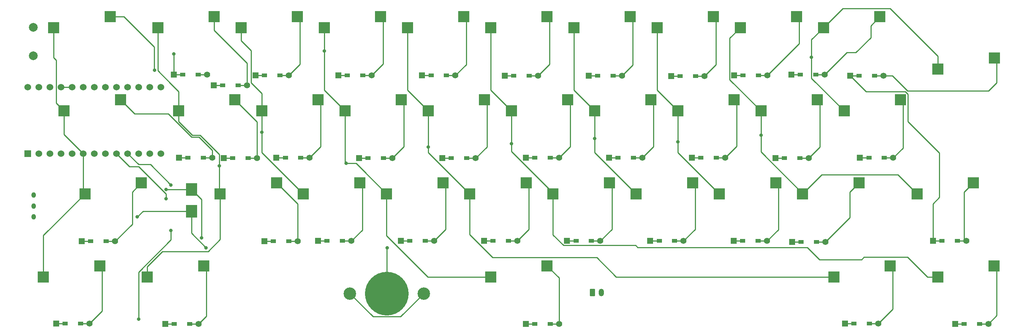
<source format=gbr>
G04 #@! TF.GenerationSoftware,KiCad,Pcbnew,7.0.8*
G04 #@! TF.CreationDate,2024-08-09T14:35:13+09:00*
G04 #@! TF.ProjectId,tacash36,74616361-7368-4333-962e-6b696361645f,rev?*
G04 #@! TF.SameCoordinates,Original*
G04 #@! TF.FileFunction,Copper,L2,Bot*
G04 #@! TF.FilePolarity,Positive*
%FSLAX46Y46*%
G04 Gerber Fmt 4.6, Leading zero omitted, Abs format (unit mm)*
G04 Created by KiCad (PCBNEW 7.0.8) date 2024-08-09 14:35:13*
%MOMM*%
%LPD*%
G01*
G04 APERTURE LIST*
G04 Aperture macros list*
%AMRoundRect*
0 Rectangle with rounded corners*
0 $1 Rounding radius*
0 $2 $3 $4 $5 $6 $7 $8 $9 X,Y pos of 4 corners*
0 Add a 4 corners polygon primitive as box body*
4,1,4,$2,$3,$4,$5,$6,$7,$8,$9,$2,$3,0*
0 Add four circle primitives for the rounded corners*
1,1,$1+$1,$2,$3*
1,1,$1+$1,$4,$5*
1,1,$1+$1,$6,$7*
1,1,$1+$1,$8,$9*
0 Add four rect primitives between the rounded corners*
20,1,$1+$1,$2,$3,$4,$5,0*
20,1,$1+$1,$4,$5,$6,$7,0*
20,1,$1+$1,$6,$7,$8,$9,0*
20,1,$1+$1,$8,$9,$2,$3,0*%
G04 Aperture macros list end*
G04 #@! TA.AperFunction,SMDPad,CuDef*
%ADD10R,2.550000X2.500000*%
G04 #@! TD*
G04 #@! TA.AperFunction,ComponentPad*
%ADD11R,1.397000X1.397000*%
G04 #@! TD*
G04 #@! TA.AperFunction,SMDPad,CuDef*
%ADD12R,1.300000X0.950000*%
G04 #@! TD*
G04 #@! TA.AperFunction,ComponentPad*
%ADD13C,1.397000*%
G04 #@! TD*
G04 #@! TA.AperFunction,ComponentPad*
%ADD14O,1.000000X1.300000*%
G04 #@! TD*
G04 #@! TA.AperFunction,ComponentPad*
%ADD15C,1.524000*%
G04 #@! TD*
G04 #@! TA.AperFunction,ComponentPad*
%ADD16R,1.524000X1.524000*%
G04 #@! TD*
G04 #@! TA.AperFunction,ComponentPad*
%ADD17RoundRect,0.250000X-0.350000X-0.625000X0.350000X-0.625000X0.350000X0.625000X-0.350000X0.625000X0*%
G04 #@! TD*
G04 #@! TA.AperFunction,ComponentPad*
%ADD18O,1.200000X1.750000*%
G04 #@! TD*
G04 #@! TA.AperFunction,ComponentPad*
%ADD19C,2.000000*%
G04 #@! TD*
G04 #@! TA.AperFunction,ComponentPad*
%ADD20C,2.850000*%
G04 #@! TD*
G04 #@! TA.AperFunction,SMDPad,CuDef*
%ADD21C,10.000000*%
G04 #@! TD*
G04 #@! TA.AperFunction,SMDPad,CuDef*
%ADD22R,2.600000X3.000000*%
G04 #@! TD*
G04 #@! TA.AperFunction,ViaPad*
%ADD23C,0.800000*%
G04 #@! TD*
G04 #@! TA.AperFunction,Conductor*
%ADD24C,0.250000*%
G04 #@! TD*
G04 APERTURE END LIST*
D10*
X83402500Y-35560000D03*
X96329500Y-33020000D03*
X45302500Y-35560000D03*
X58229500Y-33020000D03*
D11*
X36410000Y-46420000D03*
D12*
X38445000Y-46420000D03*
X41995000Y-46420000D03*
D13*
X44030000Y-46420000D03*
D11*
X-5440000Y-46420000D03*
D12*
X-3405000Y-46420000D03*
X145000Y-46420000D03*
D13*
X2180000Y-46420000D03*
D10*
X-4697500Y-35550000D03*
X8229500Y-33010000D03*
D11*
X105690000Y-46310000D03*
D12*
X107725000Y-46310000D03*
X111275000Y-46310000D03*
D13*
X113310000Y-46310000D03*
D10*
X190565000Y-6960000D03*
X203492000Y-4420000D03*
D11*
X124740000Y-46330000D03*
D12*
X126775000Y-46330000D03*
X130325000Y-46330000D03*
D13*
X132360000Y-46330000D03*
D10*
X150077500Y-16510000D03*
X163004500Y-13970000D03*
X185795000Y-35520000D03*
X198722000Y-32980000D03*
X140552500Y-35560000D03*
X153479500Y-33020000D03*
D11*
X157220000Y-46540000D03*
D12*
X159255000Y-46540000D03*
X162805000Y-46540000D03*
D13*
X164840000Y-46540000D03*
D11*
X24800000Y-10660000D03*
D12*
X26835000Y-10660000D03*
X30385000Y-10660000D03*
D13*
X32420000Y-10660000D03*
D11*
X58070000Y-27380000D03*
D12*
X60105000Y-27380000D03*
X63655000Y-27380000D03*
D13*
X65690000Y-27380000D03*
D11*
X169320000Y-65280000D03*
D12*
X171355000Y-65280000D03*
X174905000Y-65280000D03*
D13*
X176940000Y-65280000D03*
D10*
X88175000Y-54580000D03*
X101102000Y-52040000D03*
D11*
X27110000Y-27310000D03*
D12*
X29145000Y-27310000D03*
X32695000Y-27310000D03*
D13*
X34730000Y-27310000D03*
D11*
X16825000Y-27230000D03*
D12*
X18860000Y-27230000D03*
X22410000Y-27230000D03*
D13*
X24445000Y-27230000D03*
D10*
X26252500Y-35560000D03*
X39179500Y-33020000D03*
X11965000Y2540000D03*
X24892000Y5080000D03*
X166746250Y-54580000D03*
X179673250Y-52040000D03*
X145315000Y2540000D03*
X158242000Y5080000D03*
X88165000Y2540000D03*
X101092000Y5080000D03*
X92927500Y-16510000D03*
X105854500Y-13970000D03*
X-14226250Y-54580000D03*
X-1299250Y-52040000D03*
D11*
X170510000Y-8440000D03*
D12*
X172545000Y-8440000D03*
X176095000Y-8440000D03*
D13*
X178130000Y-8440000D03*
D11*
X115320000Y-27230000D03*
D12*
X117355000Y-27230000D03*
X120905000Y-27230000D03*
D13*
X122940000Y-27230000D03*
D10*
X159602500Y-35560000D03*
X172529500Y-33020000D03*
X164365000Y2540000D03*
X177292000Y5080000D03*
D11*
X143950000Y-8350000D03*
D12*
X145985000Y-8350000D03*
X149535000Y-8350000D03*
D13*
X151570000Y-8350000D03*
D10*
X-11847500Y2540000D03*
X1079500Y5080000D03*
D14*
X-16460000Y-40840000D03*
X-16460000Y-38340000D03*
X-16460000Y-35840000D03*
D10*
X69115000Y2540000D03*
X82042000Y5080000D03*
X121502500Y-35560000D03*
X134429500Y-33020000D03*
X50065000Y2540000D03*
X62992000Y5080000D03*
D11*
X53290000Y-8360000D03*
D12*
X55325000Y-8360000D03*
X58875000Y-8360000D03*
D13*
X60910000Y-8360000D03*
D11*
X15645000Y-8240000D03*
D12*
X17680000Y-8240000D03*
X21230000Y-8240000D03*
D13*
X23265000Y-8240000D03*
D11*
X96230000Y-27250000D03*
D12*
X98265000Y-27250000D03*
X101815000Y-27250000D03*
D13*
X103850000Y-27250000D03*
D15*
X-15260000Y-11067200D03*
X-12720000Y-11067200D03*
X-10180000Y-11067200D03*
X-7640000Y-11067200D03*
X-5100000Y-11067200D03*
X-2560000Y-11067200D03*
X-20000Y-11067200D03*
X2520000Y-11067200D03*
X5060000Y-11067200D03*
X7600000Y-11067200D03*
X10140000Y-11067200D03*
X12680000Y-11067200D03*
X12680000Y-26287200D03*
X10140000Y-26287200D03*
X7600000Y-26287200D03*
X5060000Y-26287200D03*
X2520000Y-26287200D03*
X-20000Y-26287200D03*
X-2560000Y-26287200D03*
X-5100000Y-26287200D03*
X-7640000Y-26287200D03*
X-10180000Y-26287200D03*
X-12720000Y-26287200D03*
X-15260000Y-26287200D03*
D16*
X-17800000Y-26287200D03*
D15*
X-17800000Y-11067200D03*
D11*
X91460000Y-8450000D03*
D12*
X93495000Y-8450000D03*
X97045000Y-8450000D03*
D13*
X99080000Y-8450000D03*
D10*
X64352500Y-35560000D03*
X77279500Y-33020000D03*
D11*
X96250000Y-65370000D03*
D12*
X98285000Y-65370000D03*
X101835000Y-65370000D03*
D13*
X103870000Y-65370000D03*
D11*
X13710000Y-65320000D03*
D12*
X15745000Y-65320000D03*
X19295000Y-65320000D03*
D13*
X21330000Y-65320000D03*
D10*
X16727500Y-16510000D03*
X29654500Y-13970000D03*
X111977500Y-16510000D03*
X124904500Y-13970000D03*
D11*
X129530000Y-8540000D03*
D12*
X131565000Y-8540000D03*
X135115000Y-8540000D03*
D13*
X137150000Y-8540000D03*
D10*
X31015000Y2540000D03*
X43942000Y5080000D03*
D11*
X34340000Y-8360000D03*
D12*
X36375000Y-8360000D03*
X39925000Y-8360000D03*
D13*
X41960000Y-8360000D03*
D11*
X153380000Y-27350000D03*
D12*
X155415000Y-27350000D03*
X158965000Y-27350000D03*
D13*
X161000000Y-27350000D03*
D11*
X172745000Y-27270000D03*
D12*
X174780000Y-27270000D03*
X178330000Y-27270000D03*
D13*
X180365000Y-27270000D03*
D10*
X131027500Y-16510000D03*
X143954500Y-13970000D03*
D11*
X110610000Y-8480000D03*
D12*
X112645000Y-8480000D03*
X116195000Y-8480000D03*
D13*
X118230000Y-8480000D03*
D10*
X190544250Y-54600000D03*
X203471250Y-52060000D03*
D11*
X39140000Y-27230000D03*
D12*
X41175000Y-27230000D03*
X44725000Y-27230000D03*
D13*
X46760000Y-27230000D03*
D11*
X134230000Y-27260000D03*
D12*
X136265000Y-27260000D03*
X139815000Y-27260000D03*
D13*
X141850000Y-27260000D03*
D11*
X143850000Y-46340000D03*
D12*
X145885000Y-46340000D03*
X149435000Y-46340000D03*
D13*
X151470000Y-46340000D03*
D10*
X107215000Y2540000D03*
X120142000Y5080000D03*
X169115000Y-16490000D03*
X182042000Y-13950000D03*
X-9467500Y-16490000D03*
X3459500Y-13950000D03*
D11*
X189430000Y-46320000D03*
D12*
X191465000Y-46320000D03*
X195015000Y-46320000D03*
D13*
X197050000Y-46320000D03*
D11*
X-11270000Y-65290000D03*
D12*
X-9235000Y-65290000D03*
X-5685000Y-65290000D03*
D13*
X-3650000Y-65290000D03*
D10*
X73877500Y-16510000D03*
X86804500Y-13970000D03*
X35777500Y-16510000D03*
X48704500Y-13970000D03*
D11*
X157040000Y-8250000D03*
D12*
X159075000Y-8250000D03*
X162625000Y-8250000D03*
D13*
X164660000Y-8250000D03*
D11*
X194510000Y-65340000D03*
D12*
X196545000Y-65340000D03*
X200095000Y-65340000D03*
D13*
X202130000Y-65340000D03*
D11*
X67630000Y-46310000D03*
D12*
X69665000Y-46310000D03*
X73215000Y-46310000D03*
D13*
X75250000Y-46310000D03*
D10*
X126265000Y2540000D03*
X139192000Y5080000D03*
X102452500Y-35560000D03*
X115379500Y-33020000D03*
D11*
X72500000Y-8400000D03*
D12*
X74535000Y-8400000D03*
X78085000Y-8400000D03*
D13*
X80120000Y-8400000D03*
D11*
X48670000Y-46320000D03*
D12*
X50705000Y-46320000D03*
X54255000Y-46320000D03*
D13*
X56290000Y-46320000D03*
D17*
X111520000Y-58130000D03*
D18*
X113520000Y-58130000D03*
D11*
X77140000Y-27380000D03*
D12*
X79175000Y-27380000D03*
X82725000Y-27380000D03*
D13*
X84760000Y-27380000D03*
D10*
X9592500Y-54590000D03*
X22519500Y-52050000D03*
D19*
X-16500000Y-3890000D03*
X-16500000Y2610000D03*
D10*
X54827500Y-16510000D03*
X67754500Y-13970000D03*
D11*
X86670000Y-46300000D03*
D12*
X88705000Y-46300000D03*
X92255000Y-46300000D03*
D13*
X94290000Y-46300000D03*
D20*
X55980000Y-58380000D03*
X72880000Y-58380000D03*
D21*
X64430000Y-58380000D03*
D22*
X19700000Y-34540000D03*
X19700000Y-39540000D03*
D23*
X15620000Y-3480000D03*
X13860000Y-36670000D03*
X7570000Y-64271593D03*
X15005500Y-43915500D03*
X15010000Y-33510000D03*
X26086500Y-29120000D03*
X35777500Y-21420000D03*
X55110000Y-28560000D03*
X50065000Y-2760000D03*
X73877500Y-24775500D03*
X92927500Y-24060000D03*
X111977500Y-22869500D03*
X131027500Y-23630000D03*
X150077500Y-22100000D03*
X161650000Y-4210000D03*
X23050000Y-47920000D03*
X64540000Y-47890000D03*
X7300000Y-40830000D03*
X11240500Y-7200135D03*
X13880000Y-34550000D03*
X22000000Y-45650000D03*
D24*
X91460000Y-8450000D02*
X93495000Y-8450000D01*
X34340000Y-8360000D02*
X36375000Y-8360000D01*
X143950000Y-8350000D02*
X145985000Y-8350000D01*
X15645000Y-3505000D02*
X15645000Y-8240000D01*
X157040000Y-8250000D02*
X159075000Y-8250000D01*
X110610000Y-8480000D02*
X112645000Y-8480000D01*
X24800000Y-10660000D02*
X26835000Y-10660000D01*
X72500000Y-8400000D02*
X74535000Y-8400000D01*
X129530000Y-8540000D02*
X131565000Y-8540000D01*
X15620000Y-3480000D02*
X15645000Y-3505000D01*
X15645000Y-8240000D02*
X17680000Y-8240000D01*
X53290000Y-8360000D02*
X55325000Y-8360000D01*
X27110000Y-27310000D02*
X29145000Y-27310000D01*
X172745000Y-27270000D02*
X174780000Y-27270000D01*
X96230000Y-27250000D02*
X98265000Y-27250000D01*
X77140000Y-27380000D02*
X79175000Y-27380000D01*
X58070000Y-27380000D02*
X60105000Y-27380000D01*
X153380000Y-27350000D02*
X155415000Y-27350000D01*
X134230000Y-27260000D02*
X136265000Y-27260000D01*
X16825000Y-27230000D02*
X18860000Y-27230000D01*
X39140000Y-27230000D02*
X41175000Y-27230000D01*
X115320000Y-27230000D02*
X117355000Y-27230000D01*
X36410000Y-46420000D02*
X38445000Y-46420000D01*
X145885000Y-46340000D02*
X143850000Y-46340000D01*
X105690000Y-46310000D02*
X107725000Y-46310000D01*
X48670000Y-46320000D02*
X50705000Y-46320000D01*
X2520000Y-26287200D02*
X5502800Y-29270000D01*
X86670000Y-46300000D02*
X88705000Y-46300000D01*
X7574695Y-29270000D02*
X13860000Y-35555305D01*
X157220000Y-46540000D02*
X159255000Y-46540000D01*
X67630000Y-46310000D02*
X69665000Y-46310000D01*
X-5440000Y-46420000D02*
X-3405000Y-46420000D01*
X5502800Y-29270000D02*
X7574695Y-29270000D01*
X124740000Y-46330000D02*
X126775000Y-46330000D01*
X13860000Y-35555305D02*
X13860000Y-36670000D01*
X10320000Y-28820000D02*
X15010000Y-33510000D01*
X7592800Y-28820000D02*
X10320000Y-28820000D01*
X174145000Y-12075000D02*
X170510000Y-8440000D01*
X7570000Y-53530000D02*
X7570000Y-64271593D01*
X183151620Y-12075000D02*
X174145000Y-12075000D01*
X194510000Y-65340000D02*
X196545000Y-65340000D01*
X15005500Y-43915500D02*
X15005500Y-46094500D01*
X183750000Y-18970000D02*
X183750000Y-12673380D01*
X189430000Y-46320000D02*
X189430000Y-37811650D01*
X170510000Y-8440000D02*
X172545000Y-8440000D01*
X170941620Y-8440000D02*
X170510000Y-8440000D01*
X183750000Y-12673380D02*
X183151620Y-12075000D01*
X13710000Y-65320000D02*
X15745000Y-65320000D01*
X189430000Y-46320000D02*
X191465000Y-46320000D01*
X15005500Y-46094500D02*
X7570000Y-53530000D01*
X190945000Y-36296650D02*
X190945000Y-26165000D01*
X190945000Y-26165000D02*
X183750000Y-18970000D01*
X96250000Y-65370000D02*
X98285000Y-65370000D01*
X-11270000Y-65290000D02*
X-9235000Y-65290000D01*
X189430000Y-37811650D02*
X190945000Y-36296650D01*
X5060000Y-26287200D02*
X7592800Y-28820000D01*
X169320000Y-65280000D02*
X171355000Y-65280000D01*
X-9467500Y-21919700D02*
X-9467500Y-16490000D01*
X-5100000Y-26287200D02*
X-5100000Y-35147500D01*
X-5100000Y-26287200D02*
X-9467500Y-21919700D01*
X-9467500Y-16490000D02*
X-11267000Y-14690500D01*
X-4600000Y-35452500D02*
X-4697500Y-35550000D01*
X-11847500Y-4322500D02*
X-11847500Y2540000D01*
X-5100000Y-35147500D02*
X-4697500Y-35550000D01*
X-11267000Y-14690500D02*
X-11267000Y-4903000D01*
X-14226250Y-45078750D02*
X-4697500Y-35550000D01*
X-11185000Y1877500D02*
X-11847500Y2540000D01*
X-11267000Y-4903000D02*
X-11847500Y-4322500D01*
X-14226250Y-54580000D02*
X-14226250Y-45078750D01*
X11965000Y2765000D02*
X11965000Y2540000D01*
X19888666Y-22080000D02*
X21630000Y-22080000D01*
X26252500Y-45997500D02*
X23498750Y-48751250D01*
X11965000Y2540000D02*
X11965000Y-4700000D01*
X26086500Y-35394000D02*
X26252500Y-35560000D01*
X9592500Y-52220000D02*
X9592500Y-54590000D01*
X16727500Y-16510000D02*
X16727500Y-18918833D01*
X26086500Y-29120000D02*
X26086500Y-35394000D01*
X26252500Y-35560000D02*
X26252500Y-45997500D01*
X16727500Y-18918833D02*
X19888666Y-22080000D01*
X14990000Y-10330000D02*
X11965000Y-7305000D01*
X14990000Y-10330000D02*
X16727500Y-12067500D01*
X23498750Y-48751250D02*
X13061250Y-48751250D01*
X21630000Y-22080000D02*
X26086500Y-26536500D01*
X26086500Y-26536500D02*
X26086500Y-29120000D01*
X11965000Y-7305000D02*
X11965000Y-4700000D01*
X16727500Y-12210000D02*
X16727500Y-16510000D01*
X13061250Y-48751250D02*
X9592500Y-52220000D01*
X16727500Y-12067500D02*
X16727500Y-12210000D01*
X31015000Y2540000D02*
X31015000Y-406604D01*
X33316500Y-2708104D02*
X33316500Y-10066500D01*
X45302500Y-35560000D02*
X43416250Y-33673750D01*
X35777500Y-26035000D02*
X35777500Y-21420000D01*
X43416250Y-33673750D02*
X39126250Y-29383750D01*
X31015000Y-406604D02*
X33316500Y-2708104D01*
X33316500Y-10066500D02*
X35777500Y-12527500D01*
X39126250Y-29383750D02*
X35777500Y-26035000D01*
X35777500Y-21420000D02*
X35777500Y-16510000D01*
X35777500Y-12527500D02*
X35777500Y-16510000D01*
X55110000Y-28560000D02*
X57393380Y-28560000D01*
X54827500Y-25540000D02*
X54827500Y-28277500D01*
X64352500Y-35519120D02*
X59001690Y-30168310D01*
X64352500Y-35560000D02*
X64352500Y-35519120D01*
X54827500Y-25540000D02*
X54827500Y-16510000D01*
X50065000Y-11747500D02*
X54827500Y-16510000D01*
X73847500Y-54580000D02*
X64352500Y-45085000D01*
X88175000Y-54580000D02*
X73847500Y-54580000D01*
X50065000Y2540000D02*
X50065000Y-2760000D01*
X50065000Y-2760000D02*
X50065000Y-3410000D01*
X54827500Y-28277500D02*
X55110000Y-28560000D01*
X57393380Y-28560000D02*
X59001690Y-30168310D01*
X64352500Y-45085000D02*
X64352500Y-35560000D01*
X50065000Y-3410000D02*
X50065000Y-11747500D01*
X166746250Y-54580000D02*
X116930000Y-54580000D01*
X83402500Y-44889120D02*
X83402500Y-35560000D01*
X69115000Y-4010000D02*
X69115000Y-4060000D01*
X73877500Y-26035000D02*
X73877500Y-24670000D01*
X69115000Y2540000D02*
X69115000Y-4010000D01*
X112490000Y-50140000D02*
X88653380Y-50140000D01*
X83402500Y-35560000D02*
X73877500Y-26035000D01*
X69115000Y-11747500D02*
X73877500Y-16510000D01*
X116930000Y-54580000D02*
X112490000Y-50140000D01*
X73877500Y-24670000D02*
X73877500Y-16510000D01*
X69115000Y-4060000D02*
X69115000Y-11747500D01*
X88653380Y-50140000D02*
X83402500Y-44889120D01*
X92927500Y-24060000D02*
X92927500Y-16510000D01*
X88165000Y-5240000D02*
X88165000Y-11747500D01*
X183615729Y-50052729D02*
X188163000Y-54600000D01*
X160690771Y-47803500D02*
X163477270Y-50590000D01*
X173630000Y-50052729D02*
X183615729Y-50052729D01*
X188163000Y-54600000D02*
X190518750Y-54600000D01*
X163477270Y-50590000D02*
X173092729Y-50590000D01*
X104856880Y-47333500D02*
X121369750Y-47333500D01*
X173092729Y-50590000D02*
X173630000Y-50052729D01*
X88165000Y2540000D02*
X88165000Y-4690000D01*
X121839750Y-47803500D02*
X160690771Y-47803500D01*
X102452500Y-35560000D02*
X102452500Y-44929120D01*
X92927500Y-24290000D02*
X92927500Y-24060000D01*
X102452500Y-35560000D02*
X102452500Y-35329120D01*
X102452500Y-35329120D02*
X92927500Y-25804120D01*
X121369750Y-47333500D02*
X121839750Y-47803500D01*
X102452500Y-44929120D02*
X104856880Y-47333500D01*
X88165000Y-4690000D02*
X88165000Y-5240000D01*
X92927500Y-25804120D02*
X92927500Y-24290000D01*
X88165000Y-11747500D02*
X92927500Y-16510000D01*
X107215000Y-11747500D02*
X111977500Y-16510000D01*
X107215000Y2540000D02*
X107215000Y-6080000D01*
X111977500Y-23730000D02*
X111977500Y-16510000D01*
X113701250Y-27758750D02*
X111977500Y-26035000D01*
X111977500Y-26035000D02*
X111977500Y-23730000D01*
X107215000Y-6080000D02*
X107215000Y-11747500D01*
X121502500Y-35560000D02*
X113701250Y-27758750D01*
X134701250Y-29708750D02*
X131027500Y-26035000D01*
X126265000Y-11747500D02*
X131027500Y-16510000D01*
X131027500Y-23630000D02*
X131027500Y-21850000D01*
X131027500Y-21850000D02*
X131027500Y-16510000D01*
X140552500Y-35560000D02*
X134701250Y-29708750D01*
X131027500Y-26035000D02*
X131027500Y-23630000D01*
X126265000Y2540000D02*
X126265000Y-11747500D01*
X142926500Y-9359000D02*
X142926500Y151500D01*
X159602500Y-35560000D02*
X159602500Y-35429120D01*
X150077500Y-25904120D02*
X150077500Y-22910000D01*
X150077500Y-22100000D02*
X150077500Y-16510000D01*
X181420000Y-31145000D02*
X185795000Y-35520000D01*
X150077500Y-16510000D02*
X142926500Y-9359000D01*
X159602500Y-35429120D02*
X150077500Y-25904120D01*
X150077500Y-22910000D02*
X150077500Y-22100000D01*
X164017500Y-31145000D02*
X181420000Y-31145000D01*
X159602500Y-35560000D02*
X164017500Y-31145000D01*
X142926500Y151500D02*
X145315000Y2540000D01*
X168780000Y6955000D02*
X179665000Y6955000D01*
X164365000Y2540000D02*
X168780000Y6955000D01*
X161650000Y-9025000D02*
X161650000Y-4210000D01*
X161650000Y-4210000D02*
X161650000Y-175000D01*
X190565000Y-3945000D02*
X190565000Y-6960000D01*
X169115000Y-16490000D02*
X161650000Y-9025000D01*
X161650000Y-175000D02*
X164365000Y2540000D01*
X179665000Y6955000D02*
X190565000Y-3945000D01*
X22519500Y-52050000D02*
X23082500Y-52613000D01*
X23082500Y-52613000D02*
X23082500Y-63567500D01*
X21330000Y-65320000D02*
X19295000Y-65320000D01*
X23082500Y-63567500D02*
X21330000Y-65320000D01*
X19700000Y-39540000D02*
X14060000Y-39540000D01*
X14060000Y-39540000D02*
X8590000Y-39540000D01*
X19700000Y-39540000D02*
X19700000Y-44570000D01*
X-10180000Y-11067200D02*
X-7640000Y-11067200D01*
X64540000Y-47890000D02*
X64430000Y-48000000D01*
X19700000Y-44570000D02*
X23050000Y-47920000D01*
X8590000Y-39540000D02*
X7300000Y-40830000D01*
X64430000Y-48000000D02*
X64430000Y-58380000D01*
X23265000Y-8240000D02*
X21230000Y-8240000D01*
X11240500Y-7200135D02*
X11200000Y-7159635D01*
X11200000Y-1880000D02*
X4240000Y5080000D01*
X4240000Y5080000D02*
X1079500Y5080000D01*
X11200000Y-7159635D02*
X11200000Y-1880000D01*
X32420000Y-10660000D02*
X32420000Y-5560000D01*
X24892000Y1968000D02*
X24892000Y5080000D01*
X32420000Y-10660000D02*
X30385000Y-10660000D01*
X32420000Y-5560000D02*
X24892000Y1968000D01*
X43942000Y5080000D02*
X44505000Y4517000D01*
X44505000Y4517000D02*
X44505000Y-5815000D01*
X41960000Y-8360000D02*
X39925000Y-8360000D01*
X44505000Y-5815000D02*
X41960000Y-8360000D01*
X63555000Y4517000D02*
X63555000Y-5715000D01*
X62992000Y5080000D02*
X63555000Y4517000D01*
X60910000Y-8360000D02*
X58875000Y-8360000D01*
X63555000Y-5715000D02*
X60910000Y-8360000D01*
X82042000Y5080000D02*
X82605000Y4517000D01*
X82605000Y-5915000D02*
X80120000Y-8400000D01*
X82605000Y4517000D02*
X82605000Y-5915000D01*
X80120000Y-8400000D02*
X78085000Y-8400000D01*
X99080000Y-8450000D02*
X97045000Y-8450000D01*
X101655000Y-5875000D02*
X99080000Y-8450000D01*
X101655000Y4517000D02*
X101655000Y-5875000D01*
X101092000Y5080000D02*
X101655000Y4517000D01*
X120705000Y4517000D02*
X120705000Y-6005000D01*
X120705000Y-6005000D02*
X118230000Y-8480000D01*
X120142000Y5080000D02*
X120705000Y4517000D01*
X118230000Y-8480000D02*
X116195000Y-8480000D01*
X139755000Y4517000D02*
X139755000Y-5935000D01*
X139192000Y5080000D02*
X139755000Y4517000D01*
X139755000Y-5935000D02*
X137150000Y-8540000D01*
X137150000Y-8540000D02*
X135115000Y-8540000D01*
X158805000Y4517000D02*
X158805000Y870000D01*
X151570000Y-8350000D02*
X158805000Y-1115000D01*
X158805000Y-1115000D02*
X158805000Y870000D01*
X158242000Y5080000D02*
X158805000Y4517000D01*
X151570000Y-8350000D02*
X149535000Y-8350000D01*
X177292000Y5080000D02*
X177855000Y4517000D01*
X164660000Y-8250000D02*
X169780000Y-3130000D01*
X169780000Y-3130000D02*
X171785000Y-3130000D01*
X175205000Y2993000D02*
X177292000Y5080000D01*
X175205000Y290000D02*
X175205000Y2993000D01*
X164660000Y-8250000D02*
X162625000Y-8250000D01*
X171785000Y-3130000D02*
X175205000Y290000D01*
X19702270Y-22530000D02*
X14347270Y-17175000D01*
X21443604Y-22530000D02*
X19702270Y-22530000D01*
X24445000Y-27230000D02*
X22410000Y-27230000D01*
X24445000Y-27230000D02*
X24445000Y-25531396D01*
X24445000Y-25531396D02*
X21443604Y-22530000D01*
X14347270Y-17175000D02*
X6684500Y-17175000D01*
X6684500Y-17175000D02*
X3459500Y-13950000D01*
X34730000Y-27310000D02*
X34730000Y-19045500D01*
X29654500Y-13970000D02*
X30217500Y-14533000D01*
X34730000Y-19045500D02*
X29654500Y-13970000D01*
X34730000Y-27310000D02*
X32695000Y-27310000D01*
X48704500Y-13970000D02*
X49267500Y-14533000D01*
X46760000Y-27230000D02*
X44725000Y-27230000D01*
X49267500Y-24722500D02*
X46760000Y-27230000D01*
X49267500Y-14533000D02*
X49267500Y-24722500D01*
X65690000Y-27380000D02*
X63655000Y-27380000D01*
X68317500Y-14533000D02*
X68317500Y-24752500D01*
X67754500Y-13970000D02*
X68317500Y-14533000D01*
X68317500Y-24752500D02*
X65690000Y-27380000D01*
X86804500Y-13970000D02*
X87367500Y-14533000D01*
X87367500Y-24772500D02*
X84760000Y-27380000D01*
X87367500Y-14533000D02*
X87367500Y-24772500D01*
X84760000Y-27380000D02*
X82725000Y-27380000D01*
X105854500Y-13970000D02*
X106417500Y-14533000D01*
X106417500Y-24682500D02*
X103850000Y-27250000D01*
X103850000Y-27250000D02*
X101815000Y-27250000D01*
X106417500Y-14533000D02*
X106417500Y-24682500D01*
X125467500Y-24702500D02*
X122940000Y-27230000D01*
X122940000Y-27230000D02*
X120905000Y-27230000D01*
X125467500Y-14533000D02*
X125467500Y-24702500D01*
X124904500Y-13970000D02*
X125467500Y-14533000D01*
X144517500Y-14533000D02*
X144517500Y-24592500D01*
X141850000Y-27260000D02*
X139815000Y-27260000D01*
X143954500Y-13970000D02*
X144517500Y-14533000D01*
X144517500Y-24592500D02*
X141850000Y-27260000D01*
X163567500Y-24782500D02*
X161000000Y-27350000D01*
X163004500Y-13970000D02*
X163567500Y-14533000D01*
X163567500Y-14533000D02*
X163567500Y-24782500D01*
X161000000Y-27350000D02*
X158965000Y-27350000D01*
X182605000Y-14513000D02*
X182605000Y-25030000D01*
X182042000Y-13950000D02*
X182605000Y-14513000D01*
X180365000Y-27270000D02*
X178330000Y-27270000D01*
X182605000Y-25030000D02*
X180365000Y-27270000D01*
X2180000Y-46420000D02*
X6142500Y-42457500D01*
X2180000Y-46420000D02*
X145000Y-46420000D01*
X6142500Y-35097000D02*
X8229500Y-33010000D01*
X6142500Y-42457500D02*
X6142500Y-35097000D01*
X39179500Y-33020000D02*
X39742500Y-33583000D01*
X44030000Y-37870500D02*
X39179500Y-33020000D01*
X44030000Y-46420000D02*
X41995000Y-46420000D01*
X44030000Y-46420000D02*
X44030000Y-37870500D01*
X58792500Y-33583000D02*
X58792500Y-43817500D01*
X56290000Y-46320000D02*
X54255000Y-46320000D01*
X58792500Y-43817500D02*
X56290000Y-46320000D01*
X58229500Y-33020000D02*
X58792500Y-33583000D01*
X75250000Y-46310000D02*
X73215000Y-46310000D01*
X77279500Y-33020000D02*
X77842500Y-33583000D01*
X77842500Y-33583000D02*
X77842500Y-43717500D01*
X77842500Y-43717500D02*
X75250000Y-46310000D01*
X96892500Y-43697500D02*
X94290000Y-46300000D01*
X96892500Y-33583000D02*
X96892500Y-43697500D01*
X96329500Y-33020000D02*
X96892500Y-33583000D01*
X94290000Y-46300000D02*
X92255000Y-46300000D01*
X113310000Y-46310000D02*
X111275000Y-46310000D01*
X115942500Y-33583000D02*
X115942500Y-43677500D01*
X115379500Y-33020000D02*
X115942500Y-33583000D01*
X115942500Y-43677500D02*
X113310000Y-46310000D01*
X132360000Y-46330000D02*
X130325000Y-46330000D01*
X134992500Y-43697500D02*
X132360000Y-46330000D01*
X134429500Y-33020000D02*
X134992500Y-33583000D01*
X134992500Y-33583000D02*
X134992500Y-43697500D01*
X151470000Y-46340000D02*
X149435000Y-46340000D01*
X154042500Y-43767500D02*
X151470000Y-46340000D01*
X153479500Y-33020000D02*
X154042500Y-33583000D01*
X154042500Y-33583000D02*
X154042500Y-43767500D01*
X170442500Y-40937500D02*
X170442500Y-35107000D01*
X170442500Y-35107000D02*
X172529500Y-33020000D01*
X164840000Y-46540000D02*
X170442500Y-40937500D01*
X164840000Y-46540000D02*
X162805000Y-46540000D01*
X172529500Y-33020000D02*
X173092500Y-33583000D01*
X-5685000Y-65290000D02*
X-3650000Y-65290000D01*
X-736250Y-52603000D02*
X-736250Y-62376250D01*
X-1299250Y-52040000D02*
X-736250Y-52603000D01*
X-736250Y-62376250D02*
X-3650000Y-65290000D01*
X103870000Y-54808000D02*
X103870000Y-65370000D01*
X101102000Y-52040000D02*
X103870000Y-54808000D01*
X103870000Y-65370000D02*
X101835000Y-65370000D01*
X179673250Y-52040000D02*
X180236250Y-52603000D01*
X176940000Y-65280000D02*
X174905000Y-65280000D01*
X180236250Y-61983750D02*
X176940000Y-65280000D01*
X180236250Y-52603000D02*
X180236250Y-61983750D01*
X196558791Y-45828791D02*
X196558791Y-35143209D01*
X197050000Y-46320000D02*
X196558791Y-45828791D01*
X197050000Y-46320000D02*
X195015000Y-46320000D01*
X196558791Y-35143209D02*
X198722000Y-32980000D01*
X191770000Y-11925000D02*
X202178833Y-11925000D01*
X178130000Y-8440000D02*
X180153016Y-8440000D01*
X178130000Y-8440000D02*
X176095000Y-8440000D01*
X204055000Y-10048833D02*
X204055000Y-4983000D01*
X180153016Y-8440000D02*
X183638016Y-11925000D01*
X204055000Y-4983000D02*
X203492000Y-4420000D01*
X202178833Y-11925000D02*
X204055000Y-10048833D01*
X183638016Y-11925000D02*
X192450000Y-11925000D01*
X204034250Y-52623000D02*
X204034250Y-63435750D01*
X202130000Y-65340000D02*
X200095000Y-65340000D01*
X203471250Y-52060000D02*
X204034250Y-52623000D01*
X204034250Y-63435750D02*
X202130000Y-65340000D01*
X61299965Y-63699965D02*
X55980000Y-58380000D01*
X13880000Y-34550000D02*
X13890000Y-34540000D01*
X13890000Y-34540000D02*
X19700000Y-34540000D01*
X22000000Y-36840000D02*
X19700000Y-34540000D01*
X22000000Y-45650000D02*
X22000000Y-36840000D01*
X67560035Y-63699965D02*
X61299965Y-63699965D01*
X72880000Y-58380000D02*
X67560035Y-63699965D01*
M02*

</source>
